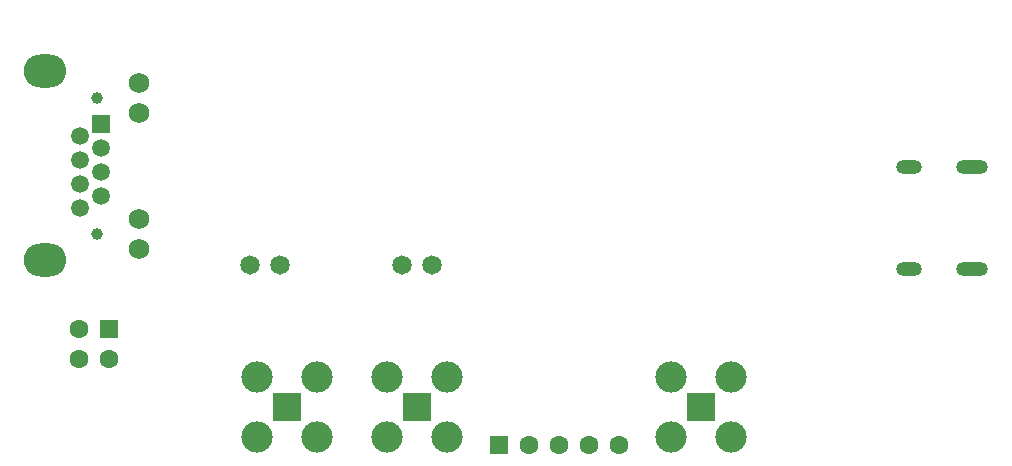
<source format=gbs>
G04*
G04 #@! TF.GenerationSoftware,Altium Limited,Altium Designer,24.4.1 (13)*
G04*
G04 Layer_Color=16711935*
%FSLAX44Y44*%
%MOMM*%
G71*
G04*
G04 #@! TF.SameCoordinates,A723AC24-38B1-455C-9099-8EAC0CFC01AD*
G04*
G04*
G04 #@! TF.FilePolarity,Negative*
G04*
G01*
G75*
%ADD81R,1.6000X1.6000*%
%ADD82C,1.6000*%
%ADD83C,1.0000*%
%ADD84O,3.6000X2.8000*%
%ADD85C,1.7500*%
%ADD86C,1.5000*%
%ADD87R,1.5000X1.5000*%
%ADD88C,1.6400*%
%ADD89C,2.6500*%
%ADD90R,2.3500X2.3500*%
%ADD91O,2.7000X1.2000*%
%ADD92O,2.2000X1.2000*%
%ADD93C,0.1000*%
D81*
X474400Y516400D02*
D03*
X804200Y417500D02*
D03*
D82*
X474400Y491000D02*
D03*
X449000Y516400D02*
D03*
Y491000D02*
D03*
X880400Y417500D02*
D03*
X905800D02*
D03*
X855000D02*
D03*
X829600D02*
D03*
D83*
X463700Y596900D02*
D03*
Y711700D02*
D03*
D84*
X420200Y574300D02*
D03*
Y734300D02*
D03*
D85*
X499700Y584200D02*
D03*
Y609600D02*
D03*
Y699000D02*
D03*
Y724400D02*
D03*
D86*
X449200Y618600D02*
D03*
X467000Y628800D02*
D03*
X449200Y639000D02*
D03*
X467000Y649200D02*
D03*
X449200Y659400D02*
D03*
X467000Y669600D02*
D03*
X449200Y679800D02*
D03*
D87*
X467000Y690000D02*
D03*
D88*
X747700Y570000D02*
D03*
X722300D02*
D03*
X618700D02*
D03*
X593300D02*
D03*
D89*
X709600Y475400D02*
D03*
X760400D02*
D03*
Y424600D02*
D03*
X709600D02*
D03*
X599600Y475400D02*
D03*
X650400D02*
D03*
Y424600D02*
D03*
X599600D02*
D03*
X949600D02*
D03*
X1000400D02*
D03*
Y475400D02*
D03*
X949600D02*
D03*
D90*
X735000Y450000D02*
D03*
X625000D02*
D03*
X975000D02*
D03*
D91*
X1204600Y566600D02*
D03*
Y653000D02*
D03*
D92*
X1151100Y566800D02*
D03*
Y653200D02*
D03*
D93*
X550000Y435000D02*
D03*
Y785000D02*
D03*
X1050000D02*
D03*
Y435000D02*
D03*
M02*

</source>
